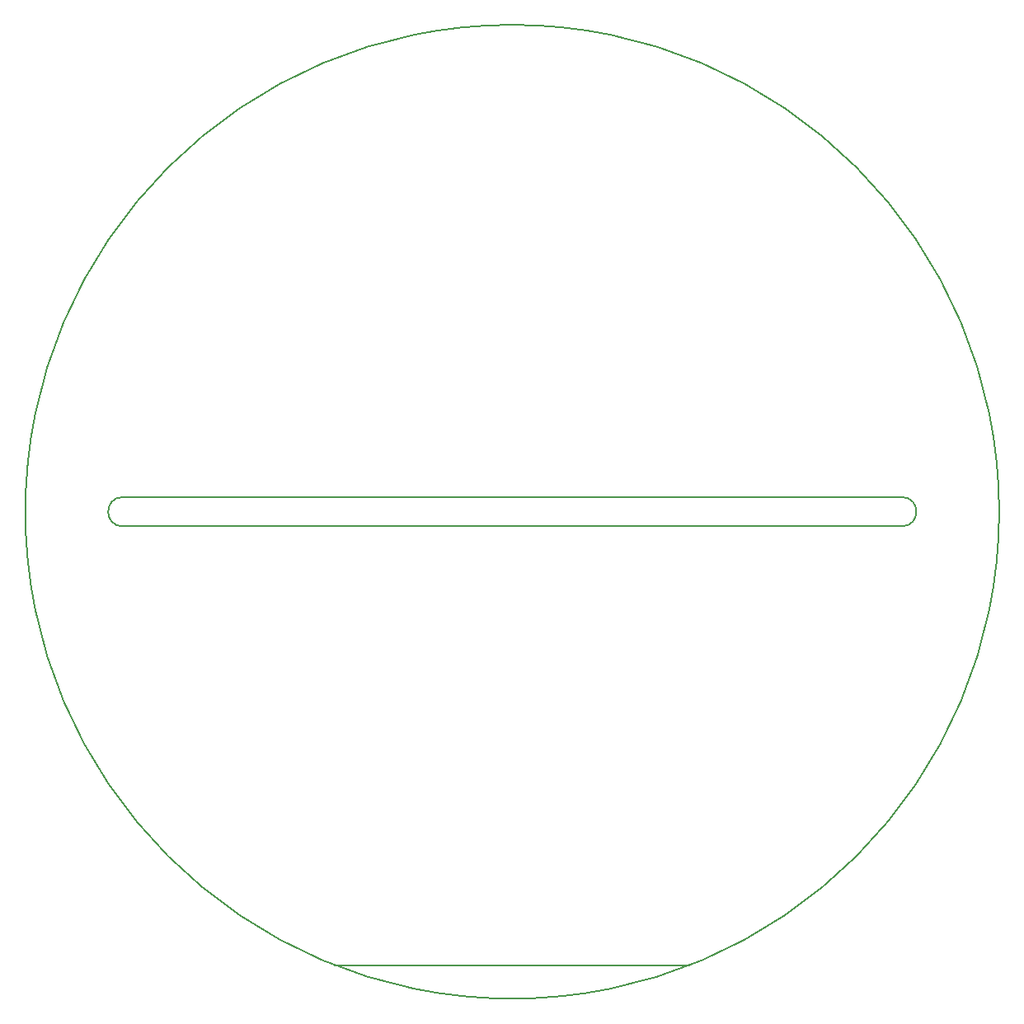
<source format=gbr>
G04 #@! TF.GenerationSoftware,KiCad,Pcbnew,5.0.2+dfsg1-1*
G04 #@! TF.CreationDate,2019-06-14T16:53:16+02:00*
G04 #@! TF.ProjectId,mains-light-controller,6d61696e-732d-46c6-9967-68742d636f6e,v1.0.1*
G04 #@! TF.SameCoordinates,Original*
G04 #@! TF.FileFunction,Profile,NP*
%FSLAX46Y46*%
G04 Gerber Fmt 4.6, Leading zero omitted, Abs format (unit mm)*
G04 Created by KiCad (PCBNEW 5.0.2+dfsg1-1) date fre 14 jun 2019 16:53:16 CEST*
%MOMM*%
%LPD*%
G01*
G04 APERTURE LIST*
%ADD10C,0.200000*%
G04 APERTURE END LIST*
D10*
X83200000Y-111600000D02*
X46800000Y-111600000D01*
X25000000Y-66500000D02*
G75*
G02X25000000Y-63500000I0J1500000D01*
G01*
X105000000Y-63500000D02*
G75*
G02X105000000Y-66500000I0J-1500000D01*
G01*
X25000000Y-66500000D02*
X105000000Y-66500000D01*
X25000000Y-63500000D02*
X105000000Y-63500000D01*
X115000000Y-65000000D02*
G75*
G03X115000000Y-65000000I-50000000J0D01*
G01*
M02*

</source>
